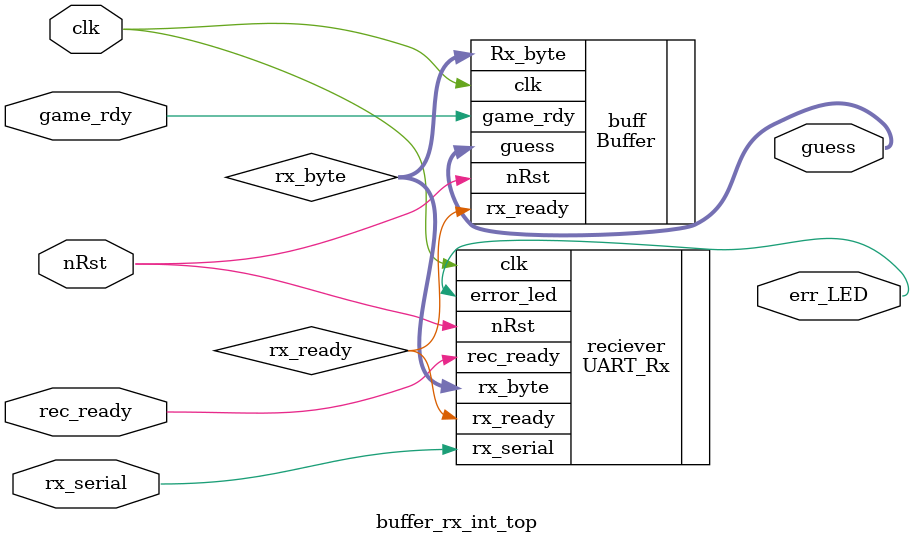
<source format=sv>
/* UART Reciever + Buffer Integration Module
Descriuption: x
*/

module buffer_rx_int_top (
    input logic clk, nRst, rx_serial, rec_ready, game_rdy, //Input of UART_Rx
    output logic err_LED, //output of UART_Rx 
    output logic [7:0] guess //output of buffer
);
logic rx_ready; //output of UART_Rx, rx_ready is also input of buffer
logic [7:0] rx_byte; //output of UART_Rx and input of buffer

Buffer buff (.clk(clk), .nRst(nRst), .Rx_byte(rx_byte), .game_rdy(game_rdy), .rx_ready(rx_ready), .guess(guess));
UART_Rx reciever(.clk(clk), .nRst(nRst), .rx_serial(rx_serial), .rec_ready(rec_ready), .error_led(err_LED), .rx_ready(rx_ready), .rx_byte(rx_byte));

endmodule
</source>
